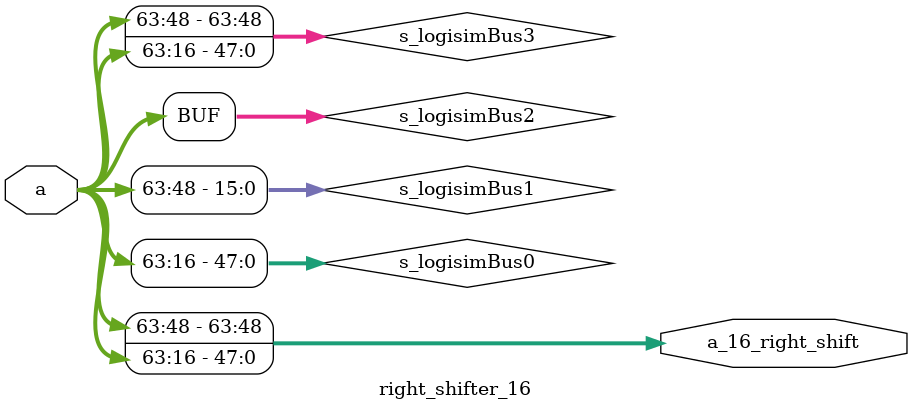
<source format=v>
/******************************************************************************
 ** Logisim-evolution goes FPGA automatic generated Verilog code             **
 ** https://github.com/logisim-evolution/                                    **
 **                                                                          **
 ** Component : right_shifter_16                                             **
 **                                                                          **
 *****************************************************************************/

module right_shifter_16( a,
                         a_16_right_shift );

   /*******************************************************************************
   ** The inputs are defined here                                                **
   *******************************************************************************/
   input [63:0] a;

   /*******************************************************************************
   ** The outputs are defined here                                               **
   *******************************************************************************/
   output [63:0] a_16_right_shift;

   /*******************************************************************************
   ** The wires are defined here                                                 **
   *******************************************************************************/
   wire [47:0] s_logisimBus0;
   wire [15:0] s_logisimBus1;
   wire [63:0] s_logisimBus2;
   wire [63:0] s_logisimBus3;

   /*******************************************************************************
   ** The module functionality is described here                                 **
   *******************************************************************************/

   /*******************************************************************************
   ** Here all wiring is defined                                                 **
   *******************************************************************************/
   assign s_logisimBus0[0]  = s_logisimBus2[16];
   assign s_logisimBus0[10] = s_logisimBus2[26];
   assign s_logisimBus0[11] = s_logisimBus2[27];
   assign s_logisimBus0[12] = s_logisimBus2[28];
   assign s_logisimBus0[13] = s_logisimBus2[29];
   assign s_logisimBus0[14] = s_logisimBus2[30];
   assign s_logisimBus0[15] = s_logisimBus2[31];
   assign s_logisimBus0[16] = s_logisimBus2[32];
   assign s_logisimBus0[17] = s_logisimBus2[33];
   assign s_logisimBus0[18] = s_logisimBus2[34];
   assign s_logisimBus0[19] = s_logisimBus2[35];
   assign s_logisimBus0[1]  = s_logisimBus2[17];
   assign s_logisimBus0[20] = s_logisimBus2[36];
   assign s_logisimBus0[21] = s_logisimBus2[37];
   assign s_logisimBus0[22] = s_logisimBus2[38];
   assign s_logisimBus0[23] = s_logisimBus2[39];
   assign s_logisimBus0[24] = s_logisimBus2[40];
   assign s_logisimBus0[25] = s_logisimBus2[41];
   assign s_logisimBus0[26] = s_logisimBus2[42];
   assign s_logisimBus0[27] = s_logisimBus2[43];
   assign s_logisimBus0[28] = s_logisimBus2[44];
   assign s_logisimBus0[29] = s_logisimBus2[45];
   assign s_logisimBus0[2]  = s_logisimBus2[18];
   assign s_logisimBus0[30] = s_logisimBus2[46];
   assign s_logisimBus0[31] = s_logisimBus2[47];
   assign s_logisimBus0[32] = s_logisimBus2[48];
   assign s_logisimBus0[33] = s_logisimBus2[49];
   assign s_logisimBus0[34] = s_logisimBus2[50];
   assign s_logisimBus0[35] = s_logisimBus2[51];
   assign s_logisimBus0[36] = s_logisimBus2[52];
   assign s_logisimBus0[37] = s_logisimBus2[53];
   assign s_logisimBus0[38] = s_logisimBus2[54];
   assign s_logisimBus0[39] = s_logisimBus2[55];
   assign s_logisimBus0[3]  = s_logisimBus2[19];
   assign s_logisimBus0[40] = s_logisimBus2[56];
   assign s_logisimBus0[41] = s_logisimBus2[57];
   assign s_logisimBus0[42] = s_logisimBus2[58];
   assign s_logisimBus0[43] = s_logisimBus2[59];
   assign s_logisimBus0[44] = s_logisimBus2[60];
   assign s_logisimBus0[45] = s_logisimBus2[61];
   assign s_logisimBus0[46] = s_logisimBus2[62];
   assign s_logisimBus0[47] = s_logisimBus2[63];
   assign s_logisimBus0[4]  = s_logisimBus2[20];
   assign s_logisimBus0[5]  = s_logisimBus2[21];
   assign s_logisimBus0[6]  = s_logisimBus2[22];
   assign s_logisimBus0[7]  = s_logisimBus2[23];
   assign s_logisimBus0[8]  = s_logisimBus2[24];
   assign s_logisimBus0[9]  = s_logisimBus2[25];
   assign s_logisimBus1[0]  = s_logisimBus2[48];
   assign s_logisimBus1[10] = s_logisimBus2[58];
   assign s_logisimBus1[11] = s_logisimBus2[59];
   assign s_logisimBus1[12] = s_logisimBus2[60];
   assign s_logisimBus1[13] = s_logisimBus2[61];
   assign s_logisimBus1[14] = s_logisimBus2[62];
   assign s_logisimBus1[15] = s_logisimBus2[63];
   assign s_logisimBus1[1]  = s_logisimBus2[49];
   assign s_logisimBus1[2]  = s_logisimBus2[50];
   assign s_logisimBus1[3]  = s_logisimBus2[51];
   assign s_logisimBus1[4]  = s_logisimBus2[52];
   assign s_logisimBus1[5]  = s_logisimBus2[53];
   assign s_logisimBus1[6]  = s_logisimBus2[54];
   assign s_logisimBus1[7]  = s_logisimBus2[55];
   assign s_logisimBus1[8]  = s_logisimBus2[56];
   assign s_logisimBus1[9]  = s_logisimBus2[57];
   assign s_logisimBus3[0]  = s_logisimBus0[0];
   assign s_logisimBus3[10] = s_logisimBus0[10];
   assign s_logisimBus3[11] = s_logisimBus0[11];
   assign s_logisimBus3[12] = s_logisimBus0[12];
   assign s_logisimBus3[13] = s_logisimBus0[13];
   assign s_logisimBus3[14] = s_logisimBus0[14];
   assign s_logisimBus3[15] = s_logisimBus0[15];
   assign s_logisimBus3[16] = s_logisimBus0[16];
   assign s_logisimBus3[17] = s_logisimBus0[17];
   assign s_logisimBus3[18] = s_logisimBus0[18];
   assign s_logisimBus3[19] = s_logisimBus0[19];
   assign s_logisimBus3[1]  = s_logisimBus0[1];
   assign s_logisimBus3[20] = s_logisimBus0[20];
   assign s_logisimBus3[21] = s_logisimBus0[21];
   assign s_logisimBus3[22] = s_logisimBus0[22];
   assign s_logisimBus3[23] = s_logisimBus0[23];
   assign s_logisimBus3[24] = s_logisimBus0[24];
   assign s_logisimBus3[25] = s_logisimBus0[25];
   assign s_logisimBus3[26] = s_logisimBus0[26];
   assign s_logisimBus3[27] = s_logisimBus0[27];
   assign s_logisimBus3[28] = s_logisimBus0[28];
   assign s_logisimBus3[29] = s_logisimBus0[29];
   assign s_logisimBus3[2]  = s_logisimBus0[2];
   assign s_logisimBus3[30] = s_logisimBus0[30];
   assign s_logisimBus3[31] = s_logisimBus0[31];
   assign s_logisimBus3[32] = s_logisimBus0[32];
   assign s_logisimBus3[33] = s_logisimBus0[33];
   assign s_logisimBus3[34] = s_logisimBus0[34];
   assign s_logisimBus3[35] = s_logisimBus0[35];
   assign s_logisimBus3[36] = s_logisimBus0[36];
   assign s_logisimBus3[37] = s_logisimBus0[37];
   assign s_logisimBus3[38] = s_logisimBus0[38];
   assign s_logisimBus3[39] = s_logisimBus0[39];
   assign s_logisimBus3[3]  = s_logisimBus0[3];
   assign s_logisimBus3[40] = s_logisimBus0[40];
   assign s_logisimBus3[41] = s_logisimBus0[41];
   assign s_logisimBus3[42] = s_logisimBus0[42];
   assign s_logisimBus3[43] = s_logisimBus0[43];
   assign s_logisimBus3[44] = s_logisimBus0[44];
   assign s_logisimBus3[45] = s_logisimBus0[45];
   assign s_logisimBus3[46] = s_logisimBus0[46];
   assign s_logisimBus3[47] = s_logisimBus0[47];
   assign s_logisimBus3[48] = s_logisimBus1[0];
   assign s_logisimBus3[49] = s_logisimBus1[1];
   assign s_logisimBus3[4]  = s_logisimBus0[4];
   assign s_logisimBus3[50] = s_logisimBus1[2];
   assign s_logisimBus3[51] = s_logisimBus1[3];
   assign s_logisimBus3[52] = s_logisimBus1[4];
   assign s_logisimBus3[53] = s_logisimBus1[5];
   assign s_logisimBus3[54] = s_logisimBus1[6];
   assign s_logisimBus3[55] = s_logisimBus1[7];
   assign s_logisimBus3[56] = s_logisimBus1[8];
   assign s_logisimBus3[57] = s_logisimBus1[9];
   assign s_logisimBus3[58] = s_logisimBus1[10];
   assign s_logisimBus3[59] = s_logisimBus1[11];
   assign s_logisimBus3[5]  = s_logisimBus0[5];
   assign s_logisimBus3[60] = s_logisimBus1[12];
   assign s_logisimBus3[61] = s_logisimBus1[13];
   assign s_logisimBus3[62] = s_logisimBus1[14];
   assign s_logisimBus3[63] = s_logisimBus1[15];
   assign s_logisimBus3[6]  = s_logisimBus0[6];
   assign s_logisimBus3[7]  = s_logisimBus0[7];
   assign s_logisimBus3[8]  = s_logisimBus0[8];
   assign s_logisimBus3[9]  = s_logisimBus0[9];

   /*******************************************************************************
   ** Here all input connections are defined                                     **
   *******************************************************************************/
   assign s_logisimBus2[63:0] = a;

   /*******************************************************************************
   ** Here all output connections are defined                                    **
   *******************************************************************************/
   assign a_16_right_shift = s_logisimBus3[63:0];

endmodule

</source>
